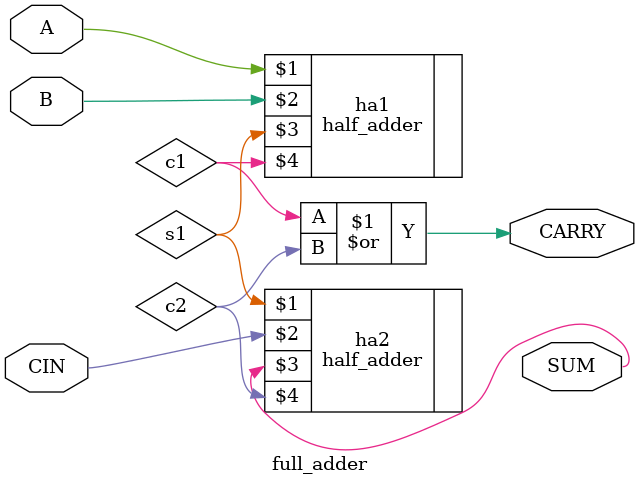
<source format=v>
`timescale 1ns / 1ps


module full_adder(
    input A,
    input B,
    input CIN,
    output SUM,
    output CARRY
    );
    wire s1,c1,c2;
    half_adder ha1(A,B,s1,c1);
    half_adder ha2(s1,CIN,SUM,c2);
    or G3(CARRY,c1,c2);
endmodule

</source>
